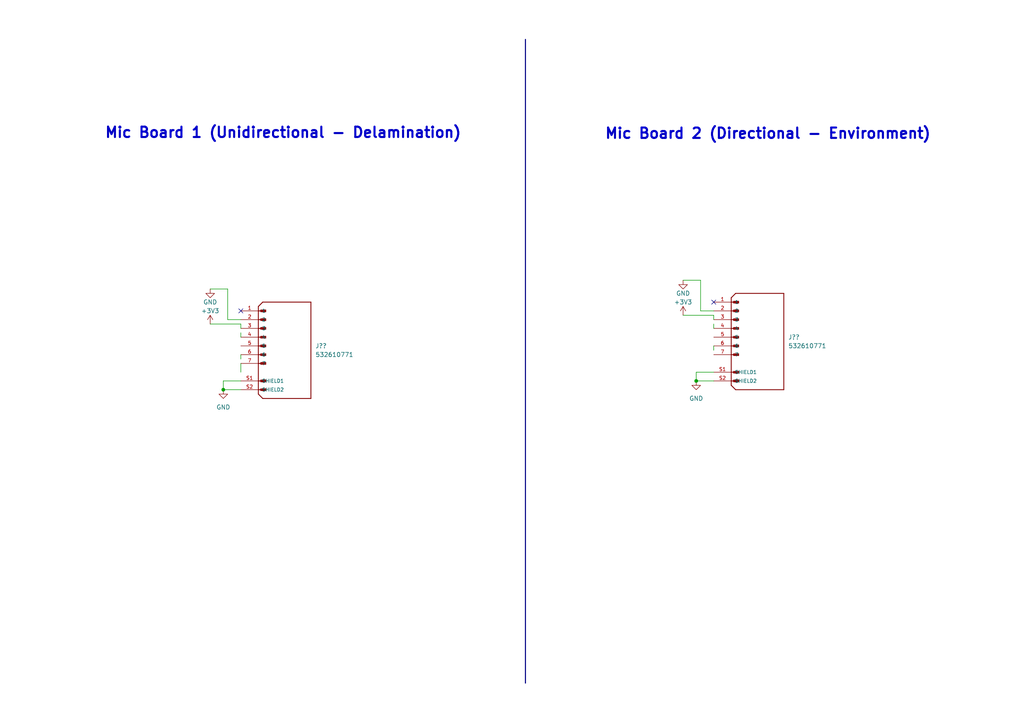
<source format=kicad_sch>
(kicad_sch (version 20231120) (generator "eeschema") (generator_version "8.0")
  (paper "A4")
  (lib_symbols
    (symbol "532610771:532610771" (pin_names (offset 1.016))
      (property "Reference" "J" (at -7.62 13.97 0))
      (property "Value" "532610771" (at -7.62 -17.78 0))
      (symbol "532610771_0_0"
        (rectangle (start -6.985 -13.0175) (end -5.3975 -12.3825) (stroke (width 0.1)) (fill (type outline)))
        (rectangle (start -6.985 -10.4775) (end -5.3975 -9.8425) (stroke (width 0.1)) (fill (type outline)))
        (rectangle (start -6.985 -5.3975) (end -5.3975 -4.7625) (stroke (width 0.1)) (fill (type outline)))
        (rectangle (start -6.985 -2.8575) (end -5.3975 -2.2225) (stroke (width 0.1)) (fill (type outline)))
        (rectangle (start -6.985 -0.3175) (end -5.3975 0.3175) (stroke (width 0.1)) (fill (type outline)))
        (rectangle (start -6.985 2.2225) (end -5.3975 2.8575) (stroke (width 0.1)) (fill (type outline)))
        (rectangle (start -6.985 4.7625) (end -5.3975 5.3975) (stroke (width 0.1)) (fill (type outline)))
        (rectangle (start -6.985 7.3025) (end -5.3975 7.9375) (stroke (width 0.1)) (fill (type outline)))
        (rectangle (start -6.985 9.8425) (end -5.3975 10.4775) (stroke (width 0.1)) (fill (type outline)))
        (polyline (pts (xy -7.62 -13.97) (xy -6.35 -15.24)) (stroke (width 0.254)))
        (polyline (pts (xy -7.62 -12.7) (xy -5.715 -12.7)) (stroke (width 0.254)))
        (polyline (pts (xy -7.62 -10.16) (xy -5.715 -10.16)) (stroke (width 0.254)))
        (polyline (pts (xy -7.62 -5.08) (xy -5.715 -5.08)) (stroke (width 0.254)))
        (polyline (pts (xy -7.62 -2.54) (xy -5.715 -2.54)) (stroke (width 0.254)))
        (polyline (pts (xy -7.62 0) (xy -5.715 0)) (stroke (width 0.254)))
        (polyline (pts (xy -7.62 2.54) (xy -5.715 2.54)) (stroke (width 0.254)))
        (polyline (pts (xy -7.62 5.08) (xy -5.715 5.08)) (stroke (width 0.254)))
        (polyline (pts (xy -7.62 7.62) (xy -5.715 7.62)) (stroke (width 0.254)))
        (polyline (pts (xy -7.62 10.16) (xy -5.715 10.16)) (stroke (width 0.254)))
        (polyline (pts (xy -7.62 11.43) (xy -7.62 -13.97)) (stroke (width 0.254)))
        (polyline (pts (xy -7.62 11.43) (xy -6.35 12.7)) (stroke (width 0.254)))
        (polyline (pts (xy -6.35 -15.24) (xy 7.62 -15.24)) (stroke (width 0.254)))
        (polyline (pts (xy 7.62 -15.24) (xy 7.62 12.7)) (stroke (width 0.254)))
        (polyline (pts (xy 7.62 12.7) (xy -6.35 12.7)) (stroke (width 0.254)))
        (pin passive line (at -12.7 10.16 0) (length 5.08) (name "1") (number "1"))
        (pin passive line (at -12.7 7.62 0) (length 5.08) (name "2") (number "2"))
        (pin passive line (at -12.7 5.08 0) (length 5.08) (name "3") (number "3"))
        (pin passive line (at -12.7 2.54 0) (length 5.08) (name "4") (number "4"))
        (pin passive line (at -12.7 0 0) (length 5.08) (name "5") (number "5"))
        (pin passive line (at -12.7 -2.54 0) (length 5.08) (name "6") (number "6"))
        (pin passive line (at -12.7 -5.08 0) (length 5.08) (name "7") (number "7"))
        (pin passive line (at -12.7 -10.16 0) (length 5.08) (name "SHIELD1") (number "S1"))
        (pin passive line (at -12.7 -12.7 0) (length 5.08) (name "SHIELD2") (number "S2"))
      )
    )
    (symbol "power:+3V3" (power) (pin_names (offset 0))
      (property "Value" "+3V3" (at 0 3.556 0))
      (symbol "+3V3_0_1"
        (polyline (pts (xy -0.762 1.27) (xy 0 2.54)))
        (polyline (pts (xy 0 0) (xy 0 2.54)))
        (polyline (pts (xy 0 2.54) (xy 0.762 1.27)))
      )
      (symbol "+3V3_1_1"
        (pin power_in line (at 0 0 90) (length 0) hide (name "+3V3") (number "1"))
      )
    )
    (symbol "power:GND" (power) (pin_names (offset 0))
      (property "Value" "GND" (at 0 -3.81 0))
      (symbol "GND_0_1"
        (polyline (pts (xy 0 0) (xy 0 -1.27) (xy 1.27 -1.27) (xy 0 -2.54) (xy -1.27 -1.27) (xy 0 -1.27)))
      )
      (symbol "GND_1_1"
        (pin power_in line (at 0 0 270) (length 0) hide (name "GND") (number "1"))
      )
    )
  )
  (junction (at 201.93 110.49))
  (junction (at 64.77 113.03))
  (no_connect (at 207.01 87.63))
  (no_connect (at 69.85 90.17))
  (wire (pts (xy 64.77 110.49) (xy 64.77 113.03)))
  (wire (pts (xy 207.01 91.44) (xy 207.01 92.71)))
  (wire (pts (xy 201.93 110.49) (xy 207.01 110.49)))
  (wire (pts (xy 203.2 90.17) (xy 203.2 81.28)))
  (wire (pts (xy 69.85 104.14) (xy 69.85 102.87)))
  (wire (pts (xy 64.77 113.03) (xy 69.85 113.03)))
  (wire (pts (xy 66.04 92.71) (xy 66.04 83.82)))
  (wire (pts (xy 69.85 107.95) (xy 69.85 105.41)))
  (wire (pts (xy 207.01 93.98) (xy 207.01 95.25)))
  (wire (pts (xy 69.85 96.52) (xy 69.85 97.79)))
  (wire (pts (xy 207.01 90.17) (xy 203.2 90.17)))
  (wire (pts (xy 203.2 81.28) (xy 198.12 81.28)))
  (wire (pts (xy 198.12 91.44) (xy 207.01 91.44)))
  (wire (pts (xy 60.96 93.98) (xy 69.85 93.98)))
  (wire (pts (xy 207.01 101.6) (xy 207.01 100.33)))
  (bus (pts (xy 152.4 11.43) (xy 152.4 198.12)))
  (wire (pts (xy 69.85 110.49) (xy 64.77 110.49)))
  (wire (pts (xy 69.85 92.71) (xy 66.04 92.71)))
  (wire (pts (xy 66.04 83.82) (xy 60.96 83.82)))
  (wire (pts (xy 69.85 93.98) (xy 69.85 95.25)))
  (wire (pts (xy 207.01 107.95) (xy 201.93 107.95)))
  (wire (pts (xy 201.93 107.95) (xy 201.93 110.49)))
  (text "Mic Board 1 (Unidirectional - Delamination)" (at 30.226 40.386 0) (effects (font (size 3 3) (thickness 0.6) (bold yes)) (justify left bottom)))
  (text "Mic Board 2 (Directional - Environment)" (at 175.26 40.64 0) (effects (font (size 3 3) (thickness 0.6) (bold yes)) (justify left bottom)))
  (symbol (lib_id "power:GND") (at 201.93 110.49 0) (unit 1)
    (property "Reference" "#PWR045" (effects (hide yes)))
    (property "Value" "GND" (at 201.93 115.57 0))
  )
  (symbol (lib_id "power:+3V3") (at 198.12 91.44 0) (unit 1)
    (property "Reference" "#PWR044" (effects (hide yes)))
    (property "Value" "+3V3" (at 198.12 87.63 0))
  )
  (symbol (lib_id "532610771:532610771") (at 82.55 100.33 0) (unit 1)
    (property "Reference" "J??" (at 91.44 100.3299 0) (effects (justify left)))
    (property "Value" "532610771" (at 91.44 102.8699 0) (effects (justify left)))
    (property "Footprint" "CSTAR-MainBoard-Footprints:MOLEX_532610771" (effects (hide yes)))
    (property "Description" "\nPicoblade Connector, 7 Circuit Single Row, Right Angle Surface Mount SMT PCB\n" (effects (hide yes)))
    (property "DigiKey_Part_Number" "WM7625TR-ND" (effects (hide yes)))
    (property "MF" "Molex" (effects (hide yes)))
    (property "MAXIMUM_PACKAGE_HEIGHT" "3.4 mm" (effects (hide yes)))
    (property "Package" "None" (effects (hide yes)))
    (property "Check_prices" "https://www.snapeda.com/parts/0532610771/Molex/view-part/?ref=eda" (effects (hide yes)))
    (property "STANDARD" "Manufacturer Recommendations" (effects (hide yes)))
    (property "PARTREV" "J" (effects (hide yes)))
    (property "SnapEDA_Link" "https://www.snapeda.com/parts/0532610771/Molex/view-part/?ref=snap" (effects (hide yes)))
    (property "MP" "0532610771" (effects (hide yes)))
    (property "Purchase-URL" "https://www.snapeda.com/api/url_track_click_mouser/?unipart_id=577144&manufacturer=Molex&part_name=0532610771&search_term=None" (effects (hide yes)))
    (property "MANUFACTURER" "Molex" (effects (hide yes)))
  )
  (symbol (lib_id "532610771:532610771") (at 219.71 97.79 0) (unit 1)
    (property "Reference" "J??" (at 228.6 97.7899 0) (effects (justify left)))
    (property "Value" "532610771" (at 228.6 100.3299 0) (effects (justify left)))
    (property "Footprint" "CSTAR-MainBoard-Footprints:MOLEX_532610771" (effects (hide yes)))
    (property "Description" "\nPicoblade Connector, 7 Circuit Single Row, Right Angle Surface Mount SMT PCB\n" (effects (hide yes)))
    (property "DigiKey_Part_Number" "WM7625TR-ND" (effects (hide yes)))
    (property "MF" "Molex" (effects (hide yes)))
    (property "MAXIMUM_PACKAGE_HEIGHT" "3.4 mm" (effects (hide yes)))
    (property "Package" "None" (effects (hide yes)))
    (property "Check_prices" "https://www.snapeda.com/parts/0532610771/Molex/view-part/?ref=eda" (effects (hide yes)))
    (property "STANDARD" "Manufacturer Recommendations" (effects (hide yes)))
    (property "PARTREV" "J" (effects (hide yes)))
    (property "SnapEDA_Link" "https://www.snapeda.com/parts/0532610771/Molex/view-part/?ref=snap" (effects (hide yes)))
    (property "MP" "0532610771" (effects (hide yes)))
    (property "Purchase-URL" "https://www.snapeda.com/api/url_track_click_mouser/?unipart_id=577144&manufacturer=Molex&part_name=0532610771&search_term=None" (effects (hide yes)))
    (property "MANUFACTURER" "Molex" (effects (hide yes)))
  )
  (symbol (lib_id "power:GND") (at 60.96 83.82 0) (unit 1)
    (property "Reference" "#PWR040" (effects (hide yes)))
    (property "Value" "GND" (at 60.96 87.63 0))
  )
  (symbol (lib_id "power:+3V3") (at 60.96 93.98 0) (unit 1)
    (property "Reference" "#PWR041" (effects (hide yes)))
    (property "Value" "+3V3" (at 60.96 90.17 0))
  )
  (symbol (lib_id "power:GND") (at 198.12 81.28 0) (unit 1)
    (property "Reference" "#PWR043" (effects (hide yes)))
    (property "Value" "GND" (at 198.12 85.09 0))
  )
  (symbol (lib_id "power:GND") (at 64.77 113.03 0) (unit 1)
    (property "Reference" "#PWR042" (effects (hide yes)))
    (property "Value" "GND" (at 64.77 118.11 0))
  )
)
</source>
